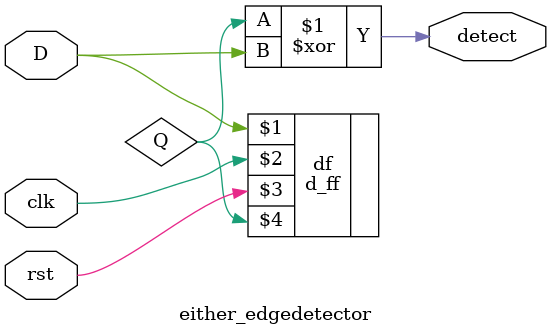
<source format=v>
`timescale 1ns / 1ps



module either_edgedetector(input D,clk,rst,output  detect);
wire Q;
xor x(detect,Q,D);
 d_ff df( D,clk,rst,Q);
endmodule

</source>
